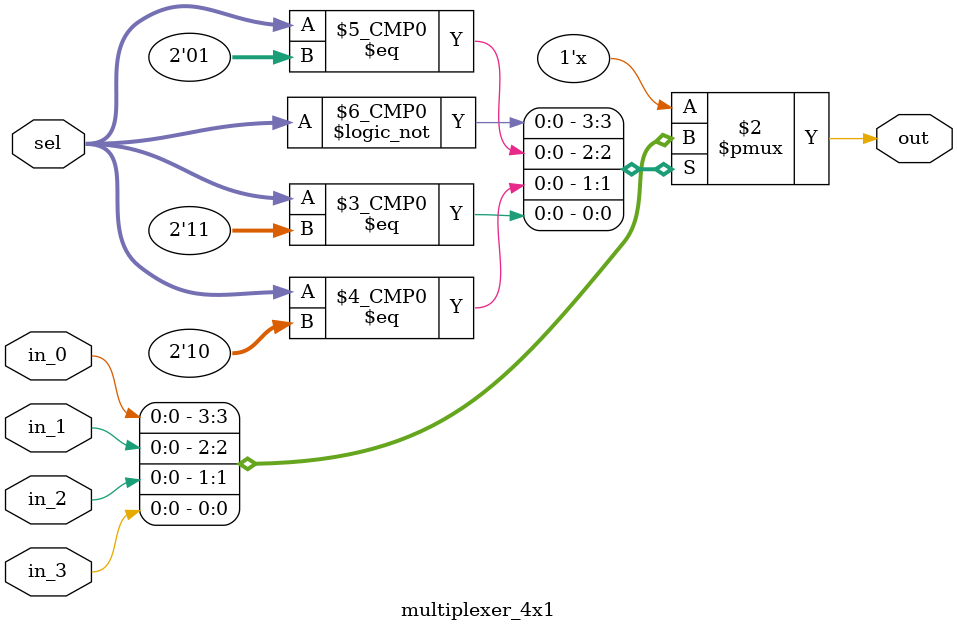
<source format=v>
module multiplexer_4x1 
(
  input wire        in_0,
  input wire        in_1,
  input wire        in_2,
  input wire        in_3,
  input wire [1:0 ] sel,
  
  output reg        out
);

  always @ (*)
    begin
      casex (sel)
        2'b00  : out = in_0;
        2'b01  : out = in_1;
        2'b10  : out = in_2;
        2'b11  : out = in_3;
        default: out = in_1; 
      endcase
    end 
endmodule
</source>
